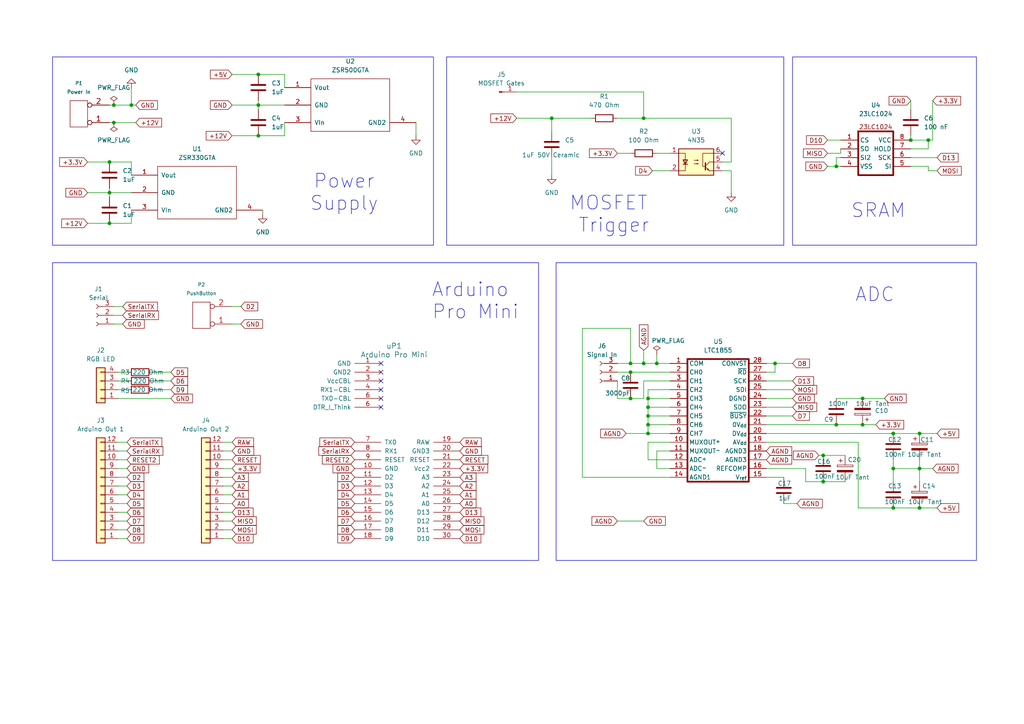
<source format=kicad_sch>
(kicad_sch (version 20231120) (generator "eeschema") (generator_version "8.0")
  (paper "A4")
  (title_block (title "PPM Pulse Controller and ADC") (date "2024-10-06") (rev "1.0") (company "Quentin McDonald"))
  (lib_symbols
    (symbol "Connector:Conn_01x01_Pin" (pin_names (offset 1.016) hide)
      (property "Reference" "J" (at 0 2.54 0))
      (property "Value" "Conn_01x01_Pin" (at 0 -2.54 0))
      (symbol "Conn_01x01_Pin_1_1"
        (polyline (pts (xy 1.27 0) (xy 0.8636 0)) (stroke (width 0.1524)))
        (rectangle (start 0.8636 0.127) (end 0 -0.127) (stroke (width 0.1524)) (fill (type outline)))
        (pin passive line (at 5.08 0 180) (length 3.81) (name "Pin_1") (number "1"))
      )
    )
    (symbol "Connector:Conn_01x03_Socket" (pin_names (offset 1.016) hide)
      (property "Reference" "J" (at 0 5.08 0))
      (property "Value" "Conn_01x03_Socket" (at 0 -5.08 0))
      (symbol "Conn_01x03_Socket_1_1"
        (arc (start 0 -2.032) (mid -0.5058 -2.54) (end 0 -3.048) (stroke (width 0.1524)))
        (polyline (pts (xy -1.27 -2.54) (xy -0.508 -2.54)) (stroke (width 0.1524)))
        (polyline (pts (xy -1.27 0) (xy -0.508 0)) (stroke (width 0.1524)))
        (polyline (pts (xy -1.27 2.54) (xy -0.508 2.54)) (stroke (width 0.1524)))
        (arc (start 0 0.508) (mid -0.5058 0) (end 0 -0.508) (stroke (width 0.1524)))
        (arc (start 0 3.048) (mid -0.5058 2.54) (end 0 2.032) (stroke (width 0.1524)))
        (pin passive line (at -5.08 2.54 0) (length 3.81) (name "Pin_1") (number "1"))
        (pin passive line (at -5.08 0 0) (length 3.81) (name "Pin_2") (number "2"))
        (pin passive line (at -5.08 -2.54 0) (length 3.81) (name "Pin_3") (number "3"))
      )
    )
    (symbol "Connector_Generic:Conn_01x04" (pin_names (offset 1.016) hide)
      (property "Reference" "J" (at 0 5.08 0))
      (property "Value" "Conn_01x04" (at 0 -7.62 0))
      (symbol "Conn_01x04_1_1"
        (rectangle (start -1.27 -4.953) (end 0 -5.207) (stroke (width 0.1524)))
        (rectangle (start -1.27 -2.413) (end 0 -2.667) (stroke (width 0.1524)))
        (rectangle (start -1.27 0.127) (end 0 -0.127) (stroke (width 0.1524)))
        (rectangle (start -1.27 2.667) (end 0 2.413) (stroke (width 0.1524)))
        (rectangle (start -1.27 3.81) (end 1.27 -6.35) (stroke (width 0.254)) (fill (type background)))
        (pin passive line (at -5.08 2.54 0) (length 3.81) (name "Pin_1") (number "1"))
        (pin passive line (at -5.08 0 0) (length 3.81) (name "Pin_2") (number "2"))
        (pin passive line (at -5.08 -2.54 0) (length 3.81) (name "Pin_3") (number "3"))
        (pin passive line (at -5.08 -5.08 0) (length 3.81) (name "Pin_4") (number "4"))
      )
    )
    (symbol "Connector_Generic:Conn_01x12" (pin_names (offset 1.016) hide)
      (property "Reference" "J" (at 0 15.24 0))
      (property "Value" "Conn_01x12" (at 0 -17.78 0))
      (symbol "Conn_01x12_1_1"
        (rectangle (start -1.27 -15.113) (end 0 -15.367) (stroke (width 0.1524)))
        (rectangle (start -1.27 -12.573) (end 0 -12.827) (stroke (width 0.1524)))
        (rectangle (start -1.27 -10.033) (end 0 -10.287) (stroke (width 0.1524)))
        (rectangle (start -1.27 -7.493) (end 0 -7.747) (stroke (width 0.1524)))
        (rectangle (start -1.27 -4.953) (end 0 -5.207) (stroke (width 0.1524)))
        (rectangle (start -1.27 -2.413) (end 0 -2.667) (stroke (width 0.1524)))
        (rectangle (start -1.27 0.127) (end 0 -0.127) (stroke (width 0.1524)))
        (rectangle (start -1.27 2.667) (end 0 2.413) (stroke (width 0.1524)))
        (rectangle (start -1.27 5.207) (end 0 4.953) (stroke (width 0.1524)))
        (rectangle (start -1.27 7.747) (end 0 7.493) (stroke (width 0.1524)))
        (rectangle (start -1.27 10.287) (end 0 10.033) (stroke (width 0.1524)))
        (rectangle (start -1.27 12.827) (end 0 12.573) (stroke (width 0.1524)))
        (rectangle (start -1.27 13.97) (end 1.27 -16.51) (stroke (width 0.254)) (fill (type background)))
        (pin passive line (at -5.08 12.7 0) (length 3.81) (name "Pin_1") (number "1"))
        (pin passive line (at -5.08 -10.16 0) (length 3.81) (name "Pin_10") (number "10"))
        (pin passive line (at -5.08 -12.7 0) (length 3.81) (name "Pin_11") (number "11"))
        (pin passive line (at -5.08 -15.24 0) (length 3.81) (name "Pin_12") (number "12"))
        (pin passive line (at -5.08 10.16 0) (length 3.81) (name "Pin_2") (number "2"))
        (pin passive line (at -5.08 7.62 0) (length 3.81) (name "Pin_3") (number "3"))
        (pin passive line (at -5.08 5.08 0) (length 3.81) (name "Pin_4") (number "4"))
        (pin passive line (at -5.08 2.54 0) (length 3.81) (name "Pin_5") (number "5"))
        (pin passive line (at -5.08 0 0) (length 3.81) (name "Pin_6") (number "6"))
        (pin passive line (at -5.08 -2.54 0) (length 3.81) (name "Pin_7") (number "7"))
        (pin passive line (at -5.08 -5.08 0) (length 3.81) (name "Pin_8") (number "8"))
        (pin passive line (at -5.08 -7.62 0) (length 3.81) (name "Pin_9") (number "9"))
      )
    )
    (symbol "DQM:23LC1024"
      (property "Reference" "U" (at 0 10.16 0))
      (symbol "23LC1024_1_1"
        (rectangle (start -5.08 6.35) (end 5.08 -6.35) (stroke (width 0.5)))
        (text "23LC1024" (at 0 7.62 0) (effects (font (size 1.27 1.27))))
        (pin input line (at -10.16 3.81 0) (length 5.08) (name "CS") (number "1"))
        (pin output line (at -10.16 1.27 0) (length 5.08) (name "SO") (number "2"))
        (pin input line (at -10.16 -1.27 0) (length 5.08) (name "SI2") (number "3"))
        (pin power_in line (at -10.16 -3.81 0) (length 5.08) (name "VSS") (number "4"))
        (pin input line (at 10.16 -3.81 180) (length 5.08) (name "SI") (number "5"))
        (pin input line (at 10.16 -1.27 180) (length 5.08) (name "SCK") (number "6"))
        (pin input line (at 10.16 1.27 180) (length 5.08) (name "HOLD") (number "7"))
        (pin power_in line (at 10.16 3.81 180) (length 5.08) (name "VCC") (number "8"))
      )
    )
    (symbol "DQM:ARDUPROMINI" (pin_names (offset 1.016))
      (property "Reference" "uP" (at -5.08 -2.54 0))
      (property "Value" "ARDUPROMINI" (at 0 0 0))
      (symbol "ARDUPROMINI_1_1"
        (pin unspecified line (at -22.86 -5.08 180) (length 7.62) (name "GND") (number "1"))
        (pin unspecified line (at -30.48 -35.56 0) (length 7.62) (name "GND") (number "10"))
        (pin bidirectional line (at -30.48 -38.1 0) (length 7.62) (name "D2") (number "11"))
        (pin bidirectional line (at -30.48 -40.64 0) (length 7.62) (name "D3") (number "12"))
        (pin bidirectional line (at -30.48 -43.18 0) (length 7.62) (name "D4") (number "13"))
        (pin bidirectional line (at -30.48 -45.72 0) (length 7.62) (name "D5") (number "14"))
        (pin bidirectional line (at -30.48 -48.26 0) (length 7.62) (name "D6") (number "15"))
        (pin bidirectional line (at -30.48 -50.8 0) (length 7.62) (name "D7") (number "16"))
        (pin bidirectional line (at -30.48 -53.34 0) (length 7.62) (name "D8") (number "17"))
        (pin bidirectional line (at -30.48 -55.88 0) (length 7.62) (name "D9") (number "18"))
        (pin unspecified line (at 0 -27.94 180) (length 7.62) (name "RAW") (number "19"))
        (pin unspecified line (at -22.86 -7.62 180) (length 7.62) (name "GND2") (number "2"))
        (pin unspecified line (at 0 -30.48 180) (length 7.62) (name "GND3") (number "20"))
        (pin input line (at 0 -33.02 180) (length 7.62) (name "RESET") (number "21"))
        (pin unspecified line (at 0 -35.56 180) (length 7.62) (name "Vcc2") (number "22"))
        (pin bidirectional line (at 0 -38.1 180) (length 7.62) (name "A3") (number "23"))
        (pin bidirectional line (at 0 -40.64 180) (length 7.62) (name "A2") (number "24"))
        (pin bidirectional line (at 0 -43.18 180) (length 7.62) (name "A1") (number "25"))
        (pin bidirectional line (at 0 -45.72 180) (length 7.62) (name "A0") (number "26"))
        (pin bidirectional line (at 0 -48.26 180) (length 7.62) (name "D13") (number "27"))
        (pin input line (at 0 -50.8 180) (length 7.62) (name "D12") (number "28"))
        (pin bidirectional line (at 0 -53.34 180) (length 7.62) (name "D11") (number "29"))
        (pin power_in line (at -22.86 -10.16 180) (length 7.62) (name "VccCBL") (number "3"))
        (pin bidirectional line (at 0 -55.88 180) (length 7.62) (name "D10") (number "30"))
        (pin unspecified line (at -22.86 -12.7 180) (length 7.62) (name "RX1-CBL") (number "4"))
        (pin unspecified line (at -22.86 -17.78 180) (length 7.62) (name "DTR_I_Think") (number "6"))
        (pin unspecified line (at -22.86 -15.24 180) (length 7.62) (name "TX0-CBL") (number "6"))
        (pin bidirectional line (at -30.48 -27.94 0) (length 7.62) (name "TX0") (number "7"))
        (pin bidirectional line (at -30.48 -30.48 0) (length 7.62) (name "RX1") (number "8"))
        (pin input line (at -30.48 -33.02 0) (length 7.62) (name "RESET") (number "9"))
      )
    )
    (symbol "DQM:CONN_2" (pin_names (offset 1.016) hide)
      (property "Reference" "P" (at -1.27 0 90))
      (property "Value" "CONN_2" (at 1.27 0 90))
      (symbol "CONN_2_0_1"
        (rectangle (start -2.54 3.81) (end 2.54 -3.81))
      )
      (symbol "CONN_2_1_1"
        (pin passive inverted (at -8.89 2.54 0) (length 6.35) (name "VCC") (number "1"))
        (pin passive inverted (at -8.89 -2.54 0) (length 6.35) (name "GND") (number "2"))
      )
    )
    (symbol "DQM:LTC1855"
      (property "Reference" "U" (at 0 21.59 0))
      (property "Value" "LTC1855" (at 0 17.78 0))
      (symbol "LTC1855_0_1"
        (rectangle (start -7.62 16.51) (end 10.16 -19.05) (stroke (width 0.5)))
      )
      (symbol "LTC1855_1_1"
        (pin input line (at -12.7 15.24 0) (length 5.08) (name "COM") (number "1"))
        (pin output line (at -12.7 -7.62 0) (length 5.08) (name "MUXOUT^{+}") (number "10"))
        (pin output line (at -12.7 -10.16 0) (length 5.08) (name "MUXOUT^{-}") (number "11"))
        (pin input line (at -12.7 -12.7 0) (length 5.08) (name "ADC^{+}") (number "12"))
        (pin input line (at -12.7 -15.24 0) (length 5.08) (name "ADC^{-}") (number "13"))
        (pin power_in line (at -12.7 -17.78 0) (length 5.08) (name "AGND1") (number "14"))
        (pin input line (at 15.24 -17.78 180) (length 5.08) (name "V_{ref}") (number "15"))
        (pin input line (at 15.24 -15.24 180) (length 5.08) (name "REFCOMP") (number "16"))
        (pin power_in line (at 15.24 -12.7 180) (length 5.08) (name "AGND3") (number "17"))
        (pin power_in line (at 15.24 -10.16 180) (length 5.08) (name "AGND3") (number "18"))
        (pin power_in line (at 15.24 -7.62 180) (length 5.08) (name "AV_{dd}") (number "19"))
        (pin input line (at -12.7 12.7 0) (length 5.08) (name "CH0") (number "2"))
        (pin power_in line (at 15.24 -5.08 180) (length 5.08) (name "DV_{dd}") (number "20"))
        (pin power_in line (at 15.24 -2.54 180) (length 5.08) (name "0V_{dd}") (number "21"))
        (pin output line (at 15.24 0 180) (length 5.08) (name "~{BUSY}") (number "22"))
        (pin output line (at 15.24 2.54 180) (length 5.08) (name "SDO") (number "23"))
        (pin power_in line (at 15.24 5.08 180) (length 5.08) (name "DGND") (number "24"))
        (pin input line (at 15.24 7.62 180) (length 5.08) (name "SDI") (number "25"))
        (pin input line (at 15.24 10.16 180) (length 5.08) (name "SCK") (number "26"))
        (pin input line (at 15.24 12.7 180) (length 5.08) (name "~{RD}") (number "27"))
        (pin input line (at 15.24 15.24 180) (length 5.08) (name "CONVST") (number "28"))
        (pin input line (at -12.7 10.16 0) (length 5.08) (name "CH1") (number "3"))
        (pin input line (at -12.7 7.62 0) (length 5.08) (name "CH2") (number "4"))
        (pin input line (at -12.7 5.08 0) (length 5.08) (name "CH3") (number "5"))
        (pin input line (at -12.7 2.54 0) (length 5.08) (name "CH4") (number "6"))
        (pin input line (at -12.7 0 0) (length 5.08) (name "CH5") (number "7"))
        (pin input line (at -12.7 -2.54 0) (length 5.08) (name "CH6") (number "8"))
        (pin input line (at -12.7 -5.08 0) (length 5.08) (name "CH7") (number "9"))
      )
    )
    (symbol "DQM:ZSR330GTA" (pin_names (offset 1.016))
      (property "Reference" "U" (at 0 -2.54 0))
      (property "Value" "ZSR330GTA" (at 0 2.54 0))
      (symbol "ZSR330GTA_1_0"
        (rectangle (start -11.43 7.62) (end 11.43 -7.62))
      )
      (symbol "ZSR330GTA_1_1"
        (pin power_out line (at -19.05 5.08 0) (length 7.62) (name "Vout") (number "1"))
        (pin input line (at -19.05 0 0) (length 7.62) (name "GND") (number "2"))
        (pin power_in line (at -19.05 -5.08 0) (length 7.62) (name "VIn") (number "3"))
        (pin input line (at 19.05 -5.08 180) (length 7.62) (name "GND2") (number "4"))
      )
    )
    (symbol "DQM:ZSR500GTA" (pin_names (offset 1.016))
      (property "Reference" "U" (at 0 -2.54 0))
      (property "Value" "ZSR500GTA" (at 0 2.54 0))
      (symbol "ZSR500GTA_1_0"
        (rectangle (start -11.43 7.62) (end 11.43 -7.62))
      )
      (symbol "ZSR500GTA_1_1"
        (pin power_out line (at -19.05 5.08 0) (length 7.62) (name "Vout") (number "1"))
        (pin input line (at -19.05 0 0) (length 7.62) (name "GND") (number "2"))
        (pin power_in line (at -19.05 -5.08 0) (length 7.62) (name "VIn") (number "3"))
        (pin input line (at 19.05 -5.08 180) (length 7.62) (name "GND2") (number "4"))
      )
    )
    (symbol "Device:C" (pin_numbers hide) (pin_names (offset 0.254))
      (property "Reference" "C" (at 0.635 2.54 0))
      (property "Value" "C" (at 0.635 -2.54 0))
      (symbol "C_0_1"
        (polyline (pts (xy -2.032 -0.762) (xy 2.032 -0.762)) (stroke (width 0.508)))
        (polyline (pts (xy -2.032 0.762) (xy 2.032 0.762)) (stroke (width 0.508)))
      )
      (symbol "C_1_1"
        (pin passive line (at 0 3.81 270) (length 2.794) (name "~") (number "1"))
        (pin passive line (at 0 -3.81 90) (length 2.794) (name "~") (number "2"))
      )
    )
    (symbol "Device:C_Polarized" (pin_numbers hide) (pin_names (offset 0.254))
      (property "Reference" "C" (at 0.635 2.54 0))
      (property "Value" "C_Polarized" (at 0.635 -2.54 0))
      (symbol "C_Polarized_0_1"
        (rectangle (start -2.286 0.508) (end 2.286 1.016))
        (polyline (pts (xy -1.778 2.286) (xy -0.762 2.286)))
        (polyline (pts (xy -1.27 2.794) (xy -1.27 1.778)))
        (rectangle (start 2.286 -0.508) (end -2.286 -1.016) (fill (type outline)))
      )
      (symbol "C_Polarized_1_1"
        (pin passive line (at 0 3.81 270) (length 2.794) (name "~") (number "1"))
        (pin passive line (at 0 -3.81 90) (length 2.794) (name "~") (number "2"))
      )
    )
    (symbol "Device:R" (pin_numbers hide) (pin_names (offset 0))
      (property "Reference" "R" (at 2.032 0 90))
      (property "Value" "R" (at 0 0 90))
      (symbol "R_0_1"
        (rectangle (start -1.016 -2.54) (end 1.016 2.54) (stroke (width 0.254)))
      )
      (symbol "R_1_1"
        (pin passive line (at 0 3.81 270) (length 1.27) (name "~") (number "1"))
        (pin passive line (at 0 -3.81 90) (length 1.27) (name "~") (number "2"))
      )
    )
    (symbol "Isolator:4N35" (pin_names (offset 1.016))
      (property "Reference" "U" (at -5.08 5.08 0))
      (property "Value" "4N35" (at 0 5.08 0))
      (symbol "4N35_0_1"
        (rectangle (start -5.08 3.81) (end 5.08 -3.81) (stroke (width 0.254)) (fill (type background)))
        (polyline (pts (xy -3.81 -0.635) (xy -2.54 -0.635)) (stroke (width 0.254)))
        (polyline (pts (xy 2.667 -1.397) (xy 3.81 -2.54)))
        (polyline (pts (xy 2.667 -1.143) (xy 3.81 0)))
        (polyline (pts (xy 3.81 -2.54) (xy 5.08 -2.54)))
        (polyline (pts (xy 3.81 0) (xy 5.08 0)))
        (polyline (pts (xy 2.667 -0.254) (xy 2.667 -2.286) (xy 2.667 -2.286)) (stroke (width 0.3556)))
        (polyline (pts (xy -5.08 -2.54) (xy -3.175 -2.54) (xy -3.175 2.54) (xy -5.08 2.54)))
        (polyline (pts (xy -3.175 -0.635) (xy -3.81 0.635) (xy -2.54 0.635) (xy -3.175 -0.635)) (stroke (width 0.254)))
        (polyline (pts (xy 3.683 -2.413) (xy 3.429 -1.905) (xy 3.175 -2.159) (xy 3.683 -2.413)))
        (polyline (pts (xy 5.08 2.54) (xy 1.905 2.54) (xy 1.905 -1.27) (xy 2.54 -1.27)))
        (polyline (pts (xy -0.635 -0.508) (xy 0.635 -0.508) (xy 0.254 -0.635) (xy 0.254 -0.381) (xy 0.635 -0.508)))
        (polyline (pts (xy -0.635 0.508) (xy 0.635 0.508) (xy 0.254 0.381) (xy 0.254 0.635) (xy 0.635 0.508)))
      )
      (symbol "4N35_1_1"
        (pin passive line (at -7.62 2.54 0) (length 2.54) (name "~") (number "1"))
        (pin passive line (at -7.62 -2.54 0) (length 2.54) (name "~") (number "2"))
        (pin no_connect line (at -5.08 0 0) (length 2.54) hide (name "NC") (number "3"))
        (pin passive line (at 7.62 -2.54 180) (length 2.54) (name "~") (number "4"))
        (pin passive line (at 7.62 0 180) (length 2.54) (name "~") (number "5"))
        (pin passive line (at 7.62 2.54 180) (length 2.54) (name "~") (number "6"))
      )
    )
    (symbol "power:GND" (power) (pin_numbers hide) (pin_names (offset 0) hide)
      (property "Value" "GND" (at 0 -3.81 0))
      (symbol "GND_0_1"
        (polyline (pts (xy 0 0) (xy 0 -1.27) (xy 1.27 -1.27) (xy 0 -2.54) (xy -1.27 -1.27) (xy 0 -1.27)))
      )
      (symbol "GND_1_1"
        (pin power_in line (at 0 0 270) (length 0) (name "~") (number "1"))
      )
    )
    (symbol "power:PWR_FLAG" (power) (pin_numbers hide) (pin_names (offset 0) hide)
      (property "Value" "PWR_FLAG" (at 0 3.81 0))
      (symbol "PWR_FLAG_0_0"
        (pin power_out line (at 0 0 90) (length 0) (name "~") (number "1"))
      )
      (symbol "PWR_FLAG_0_1"
        (polyline (pts (xy 0 0) (xy 0 1.27) (xy -1.016 1.905) (xy 0 2.54) (xy 1.016 1.905) (xy 0 1.27)))
      )
    )
  )
  (junction (at 187.96 120.65))
  (junction (at 266.7 147.32))
  (junction (at 259.08 135.89))
  (junction (at 31.75 64.77))
  (junction (at 186.69 34.29))
  (junction (at 33.02 30.48))
  (junction (at 266.7 125.73))
  (junction (at 238.76 132.08))
  (junction (at 38.1 30.48))
  (junction (at 250.19 115.57))
  (junction (at 182.88 115.57))
  (junction (at 31.75 46.99))
  (junction (at 74.93 39.37))
  (junction (at 33.02 35.56))
  (junction (at 182.88 107.95))
  (junction (at 187.96 115.57))
  (junction (at 182.88 105.41))
  (junction (at 190.5 105.41))
  (junction (at 264.16 40.64))
  (junction (at 187.96 125.73))
  (junction (at 160.02 34.29))
  (junction (at 186.69 105.41))
  (junction (at 242.57 48.26))
  (junction (at 259.08 147.32))
  (junction (at 250.19 123.19))
  (junction (at 269.24 40.64))
  (junction (at 187.96 118.11))
  (junction (at 31.75 55.88))
  (junction (at 224.79 105.41))
  (junction (at 266.7 135.89))
  (junction (at 187.96 123.19))
  (junction (at 242.57 123.19))
  (junction (at 74.93 21.59))
  (junction (at 74.93 30.48))
  (junction (at 238.76 139.7))
  (junction (at 259.08 125.73))
  (no_connect (at 110.49 105.41))
  (no_connect (at 110.49 113.03))
  (no_connect (at 110.49 118.11))
  (no_connect (at 209.55 44.45))
  (no_connect (at 110.49 110.49))
  (no_connect (at 110.49 115.57))
  (no_connect (at 110.49 107.95))
  (wire (pts (xy 240.03 40.64) (xy 243.84 40.64)))
  (wire (pts (xy 186.69 26.67) (xy 186.69 34.29)))
  (wire (pts (xy 64.77 156.21) (xy 67.31 156.21)))
  (wire (pts (xy 187.96 115.57) (xy 194.31 115.57)))
  (wire (pts (xy 269.24 49.53) (xy 271.78 49.53)))
  (wire (pts (xy 182.88 95.25) (xy 168.91 95.25)))
  (wire (pts (xy 222.25 115.57) (xy 229.87 115.57)))
  (wire (pts (xy 222.25 128.27) (xy 248.92 128.27)))
  (wire (pts (xy 194.31 113.03) (xy 187.96 113.03)))
  (wire (pts (xy 31.75 64.77) (xy 38.1 64.77)))
  (wire (pts (xy 186.69 105.41) (xy 190.5 105.41)))
  (wire (pts (xy 269.24 40.64) (xy 269.24 43.18)))
  (wire (pts (xy 222.25 113.03) (xy 229.87 113.03)))
  (wire (pts (xy 222.25 110.49) (xy 229.87 110.49)))
  (wire (pts (xy 186.69 110.49) (xy 194.31 110.49)))
  (wire (pts (xy 74.93 21.59) (xy 82.55 21.59)))
  (wire (pts (xy 222.25 118.11) (xy 229.87 118.11)))
  (wire (pts (xy 179.07 110.49) (xy 179.07 115.57)))
  (wire (pts (xy 190.5 130.81) (xy 190.5 135.89)))
  (wire (pts (xy 149.86 34.29) (xy 160.02 34.29)))
  (wire (pts (xy 187.96 123.19) (xy 187.96 125.73)))
  (wire (pts (xy 179.07 151.13) (xy 186.69 151.13)))
  (wire (pts (xy 34.29 135.89) (xy 36.83 135.89)))
  (wire (pts (xy 74.93 39.37) (xy 82.55 39.37)))
  (wire (pts (xy 160.02 45.72) (xy 160.02 50.8)))
  (wire (pts (xy 266.7 135.89) (xy 266.7 139.7)))
  (wire (pts (xy 33.02 93.98) (xy 35.56 93.98)))
  (wire (pts (xy 233.68 139.7) (xy 238.76 139.7)))
  (wire (pts (xy 222.25 107.95) (xy 224.79 107.95)))
  (wire (pts (xy 179.07 107.95) (xy 182.88 107.95)))
  (wire (pts (xy 64.77 148.59) (xy 67.31 148.59)))
  (wire (pts (xy 187.96 118.11) (xy 194.31 118.11)))
  (wire (pts (xy 186.69 115.57) (xy 186.69 110.49)))
  (wire (pts (xy 64.77 146.05) (xy 67.31 146.05)))
  (wire (pts (xy 149.86 26.67) (xy 186.69 26.67)))
  (wire (pts (xy 242.57 48.26) (xy 243.84 48.26)))
  (wire (pts (xy 76.2 60.96) (xy 76.2 62.23)))
  (wire (pts (xy 243.84 44.45) (xy 240.03 44.45)))
  (wire (pts (xy 222.25 125.73) (xy 259.08 125.73)))
  (wire (pts (xy 44.45 107.95) (xy 49.53 107.95)))
  (wire (pts (xy 189.23 49.53) (xy 194.31 49.53)))
  (wire (pts (xy 269.24 48.26) (xy 269.24 49.53)))
  (wire (pts (xy 120.65 35.56) (xy 120.65 39.37)))
  (wire (pts (xy 259.08 135.89) (xy 259.08 139.7)))
  (wire (pts (xy 187.96 128.27) (xy 187.96 133.35)))
  (wire (pts (xy 64.77 130.81) (xy 67.31 130.81)))
  (wire (pts (xy 168.91 95.25) (xy 168.91 138.43)))
  (wire (pts (xy 38.1 60.96) (xy 38.1 64.77)))
  (wire (pts (xy 187.96 123.19) (xy 194.31 123.19)))
  (wire (pts (xy 34.29 133.35) (xy 36.83 133.35)))
  (wire (pts (xy 264.16 45.72) (xy 271.78 45.72)))
  (wire (pts (xy 34.29 115.57) (xy 49.53 115.57)))
  (wire (pts (xy 224.79 105.41) (xy 229.87 105.41)))
  (wire (pts (xy 243.84 43.18) (xy 243.84 44.45)))
  (wire (pts (xy 34.29 110.49) (xy 36.83 110.49)))
  (wire (pts (xy 38.1 50.8) (xy 38.1 46.99)))
  (wire (pts (xy 64.77 138.43) (xy 67.31 138.43)))
  (wire (pts (xy 269.24 40.64) (xy 264.16 40.64)))
  (wire (pts (xy 250.19 115.57) (xy 256.54 115.57)))
  (wire (pts (xy 187.96 120.65) (xy 187.96 123.19)))
  (wire (pts (xy 74.93 30.48) (xy 74.93 31.75)))
  (wire (pts (xy 212.09 34.29) (xy 212.09 46.99)))
  (wire (pts (xy 38.1 25.4) (xy 38.1 30.48)))
  (wire (pts (xy 33.02 88.9) (xy 35.56 88.9)))
  (wire (pts (xy 33.02 91.44) (xy 35.56 91.44)))
  (wire (pts (xy 31.75 35.56) (xy 33.02 35.56)))
  (wire (pts (xy 187.96 125.73) (xy 181.61 125.73)))
  (wire (pts (xy 31.75 46.99) (xy 38.1 46.99)))
  (wire (pts (xy 64.77 133.35) (xy 67.31 133.35)))
  (wire (pts (xy 194.31 130.81) (xy 190.5 130.81)))
  (wire (pts (xy 82.55 35.56) (xy 82.55 39.37)))
  (wire (pts (xy 168.91 138.43) (xy 194.31 138.43)))
  (wire (pts (xy 182.88 105.41) (xy 182.88 95.25)))
  (wire (pts (xy 74.93 29.21) (xy 74.93 30.48)))
  (wire (pts (xy 179.07 44.45) (xy 182.88 44.45)))
  (wire (pts (xy 264.16 29.21) (xy 264.16 31.75)))
  (wire (pts (xy 250.19 123.19) (xy 254 123.19)))
  (wire (pts (xy 34.29 113.03) (xy 36.83 113.03)))
  (wire (pts (xy 270.51 29.21) (xy 270.51 40.64)))
  (wire (pts (xy 34.29 140.97) (xy 36.83 140.97)))
  (wire (pts (xy 190.5 44.45) (xy 194.31 44.45)))
  (wire (pts (xy 33.02 35.56) (xy 39.37 35.56)))
  (wire (pts (xy 182.88 107.95) (xy 194.31 107.95)))
  (wire (pts (xy 222.25 105.41) (xy 224.79 105.41)))
  (wire (pts (xy 224.79 107.95) (xy 224.79 105.41)))
  (wire (pts (xy 31.75 55.88) (xy 31.75 57.15)))
  (wire (pts (xy 34.29 146.05) (xy 36.83 146.05)))
  (wire (pts (xy 182.88 105.41) (xy 186.69 105.41)))
  (wire (pts (xy 186.69 101.6) (xy 186.69 105.41)))
  (wire (pts (xy 209.55 49.53) (xy 212.09 49.53)))
  (wire (pts (xy 186.69 34.29) (xy 212.09 34.29)))
  (wire (pts (xy 82.55 25.4) (xy 82.55 21.59)))
  (wire (pts (xy 222.25 138.43) (xy 227.33 138.43)))
  (wire (pts (xy 222.25 120.65) (xy 229.87 120.65)))
  (wire (pts (xy 25.4 64.77) (xy 31.75 64.77)))
  (wire (pts (xy 187.96 120.65) (xy 194.31 120.65)))
  (wire (pts (xy 238.76 132.08) (xy 245.11 132.08)))
  (wire (pts (xy 179.07 105.41) (xy 182.88 105.41)))
  (wire (pts (xy 227.33 146.05) (xy 231.14 146.05)))
  (wire (pts (xy 259.08 135.89) (xy 266.7 135.89)))
  (wire (pts (xy 264.16 48.26) (xy 269.24 48.26)))
  (wire (pts (xy 190.5 105.41) (xy 194.31 105.41)))
  (wire (pts (xy 179.07 115.57) (xy 182.88 115.57)))
  (wire (pts (xy 187.96 125.73) (xy 194.31 125.73)))
  (wire (pts (xy 194.31 128.27) (xy 187.96 128.27)))
  (wire (pts (xy 31.75 55.88) (xy 38.1 55.88)))
  (wire (pts (xy 44.45 110.49) (xy 49.53 110.49)))
  (wire (pts (xy 34.29 156.21) (xy 36.83 156.21)))
  (wire (pts (xy 74.93 30.48) (xy 82.55 30.48)))
  (wire (pts (xy 64.77 143.51) (xy 67.31 143.51)))
  (wire (pts (xy 233.68 135.89) (xy 233.68 139.7)))
  (wire (pts (xy 187.96 113.03) (xy 187.96 115.57)))
  (wire (pts (xy 25.4 46.99) (xy 31.75 46.99)))
  (wire (pts (xy 44.45 113.03) (xy 49.53 113.03)))
  (wire (pts (xy 34.29 151.13) (xy 36.83 151.13)))
  (wire (pts (xy 67.31 39.37) (xy 74.93 39.37)))
  (wire (pts (xy 160.02 34.29) (xy 171.45 34.29)))
  (wire (pts (xy 243.84 45.72) (xy 242.57 45.72)))
  (wire (pts (xy 67.31 88.9) (xy 69.85 88.9)))
  (wire (pts (xy 238.76 139.7) (xy 245.11 139.7)))
  (wire (pts (xy 34.29 128.27) (xy 36.83 128.27)))
  (wire (pts (xy 31.75 30.48) (xy 33.02 30.48)))
  (wire (pts (xy 179.07 34.29) (xy 186.69 34.29)))
  (wire (pts (xy 67.31 21.59) (xy 74.93 21.59)))
  (wire (pts (xy 248.92 128.27) (xy 248.92 147.32)))
  (wire (pts (xy 237.49 132.08) (xy 238.76 132.08)))
  (wire (pts (xy 160.02 34.29) (xy 160.02 38.1)))
  (wire (pts (xy 182.88 115.57) (xy 186.69 115.57)))
  (wire (pts (xy 34.29 107.95) (xy 36.83 107.95)))
  (wire (pts (xy 25.4 55.88) (xy 31.75 55.88)))
  (wire (pts (xy 31.75 54.61) (xy 31.75 55.88)))
  (wire (pts (xy 64.77 153.67) (xy 67.31 153.67)))
  (wire (pts (xy 259.08 147.32) (xy 266.7 147.32)))
  (wire (pts (xy 64.77 140.97) (xy 67.31 140.97)))
  (wire (pts (xy 64.77 128.27) (xy 67.31 128.27)))
  (wire (pts (xy 266.7 135.89) (xy 270.51 135.89)))
  (wire (pts (xy 242.57 45.72) (xy 242.57 48.26)))
  (wire (pts (xy 266.7 147.32) (xy 271.78 147.32)))
  (wire (pts (xy 187.96 133.35) (xy 194.31 133.35)))
  (wire (pts (xy 34.29 138.43) (xy 36.83 138.43)))
  (wire (pts (xy 212.09 46.99) (xy 209.55 46.99)))
  (wire (pts (xy 34.29 153.67) (xy 36.83 153.67)))
  (wire (pts (xy 187.96 115.57) (xy 187.96 118.11)))
  (wire (pts (xy 240.03 48.26) (xy 242.57 48.26)))
  (wire (pts (xy 38.1 30.48) (xy 39.37 30.48)))
  (wire (pts (xy 269.24 43.18) (xy 264.16 43.18)))
  (wire (pts (xy 67.31 30.48) (xy 74.93 30.48)))
  (wire (pts (xy 266.7 125.73) (xy 271.78 125.73)))
  (wire (pts (xy 34.29 143.51) (xy 36.83 143.51)))
  (wire (pts (xy 34.29 148.59) (xy 36.83 148.59)))
  (wire (pts (xy 67.31 93.98) (xy 69.85 93.98)))
  (wire (pts (xy 242.57 115.57) (xy 250.19 115.57)))
  (wire (pts (xy 34.29 130.81) (xy 36.83 130.81)))
  (wire (pts (xy 190.5 135.89) (xy 194.31 135.89)))
  (wire (pts (xy 222.25 123.19) (xy 242.57 123.19)))
  (wire (pts (xy 212.09 49.53) (xy 212.09 55.88)))
  (wire (pts (xy 222.25 135.89) (xy 233.68 135.89)))
  (wire (pts (xy 259.08 125.73) (xy 266.7 125.73)))
  (wire (pts (xy 264.16 39.37) (xy 264.16 40.64)))
  (wire (pts (xy 242.57 123.19) (xy 250.19 123.19)))
  (wire (pts (xy 64.77 135.89) (xy 67.31 135.89)))
  (wire (pts (xy 248.92 147.32) (xy 259.08 147.32)))
  (wire (pts (xy 270.51 40.64) (xy 269.24 40.64)))
  (wire (pts (xy 33.02 30.48) (xy 38.1 30.48)))
  (wire (pts (xy 187.96 118.11) (xy 187.96 120.65)))
  (wire (pts (xy 259.08 133.35) (xy 259.08 135.89)))
  (wire (pts (xy 190.5 102.87) (xy 190.5 105.41)))
  (wire (pts (xy 266.7 133.35) (xy 266.7 135.89)))
  (wire (pts (xy 64.77 151.13) (xy 67.31 151.13)))
  (rectangle (start 229.87 16.51) (end 283.21 71.12))
  (rectangle (start 129.54 16.51) (end 227.33 71.12))
  (rectangle (start 15.24 16.51) (end 125.73 71.12))
  (rectangle (start 161.29 76.2) (end 283.21 162.56))
  (rectangle (start 15.24 76.2) (end 156.21 162.56))
  (text "MOSFET \nTrigger" (at 178.054 62.23 0) (effects (font (size 4 4))))
  (text "ADC" (at 253.746 85.598 0) (effects (font (size 4 4))))
  (text "Arduino \nPro Mini" (at 137.922 87.376 0) (effects (font (size 4 4))))
  (text "Power\nSupply" (at 99.822 55.88 0) (effects (font (size 4 4))))
  (text "SRAM\n" (at 254.762 61.214 0) (effects (font (size 4 4))))
  (global_label "D2" (shape input) (at 69.85 88.9 0) (property "Intersheetrefs" "${INTERSHEET_REFS}" (effects (hide yes))))
  (global_label "+12V" (shape input) (at 25.4 64.77 180) (property "Intersheetrefs" "${INTERSHEET_REFS}" (effects (hide yes))))
  (global_label "D4" (shape input) (at 189.23 49.53 180) (property "Intersheetrefs" "${INTERSHEET_REFS}" (effects (hide yes))))
  (global_label "A0" (shape input) (at 67.31 146.05 0) (property "Intersheetrefs" "${INTERSHEET_REFS}" (effects (hide yes))))
  (global_label "A3" (shape input) (at 67.31 138.43 0) (property "Intersheetrefs" "${INTERSHEET_REFS}" (effects (hide yes))))
  (global_label "D9" (shape input) (at 36.83 156.21 0) (property "Intersheetrefs" "${INTERSHEET_REFS}" (effects (hide yes))))
  (global_label "+3.3V" (shape input) (at 67.31 135.89 0) (property "Intersheetrefs" "${INTERSHEET_REFS}" (effects (hide yes))))
  (global_label "RAW" (shape input) (at 133.35 128.27 0) (property "Intersheetrefs" "${INTERSHEET_REFS}" (effects (hide yes))))
  (global_label "SerialRX" (shape input) (at 36.83 130.81 0) (property "Intersheetrefs" "${INTERSHEET_REFS}" (effects (hide yes))))
  (global_label "SerialRX" (shape input) (at 102.87 130.81 180) (property "Intersheetrefs" "${INTERSHEET_REFS}" (effects (hide yes))))
  (global_label "A2" (shape input) (at 133.35 140.97 0) (property "Intersheetrefs" "${INTERSHEET_REFS}" (effects (hide yes))))
  (global_label "D6" (shape input) (at 49.53 110.49 0) (property "Intersheetrefs" "${INTERSHEET_REFS}" (effects (hide yes))))
  (global_label "GND" (shape input) (at 39.37 30.48 0) (property "Intersheetrefs" "${INTERSHEET_REFS}" (effects (hide yes))))
  (global_label "D4" (shape input) (at 102.87 143.51 180) (property "Intersheetrefs" "${INTERSHEET_REFS}" (effects (hide yes))))
  (global_label "+5V" (shape input) (at 67.31 21.59 180) (property "Intersheetrefs" "${INTERSHEET_REFS}" (effects (hide yes))))
  (global_label "+5V" (shape input) (at 271.78 147.32 0) (property "Intersheetrefs" "${INTERSHEET_REFS}" (effects (hide yes))))
  (global_label "D13" (shape input) (at 67.31 148.59 0) (property "Intersheetrefs" "${INTERSHEET_REFS}" (effects (hide yes))))
  (global_label "MOSI" (shape input) (at 67.31 153.67 0) (property "Intersheetrefs" "${INTERSHEET_REFS}" (effects (hide yes))))
  (global_label "GND" (shape input) (at 69.85 93.98 0) (property "Intersheetrefs" "${INTERSHEET_REFS}" (effects (hide yes))))
  (global_label "RESET" (shape input) (at 133.35 133.35 0) (property "Intersheetrefs" "${INTERSHEET_REFS}" (effects (hide yes))))
  (global_label "MOSI" (shape input) (at 229.87 113.03 0) (property "Intersheetrefs" "${INTERSHEET_REFS}" (effects (hide yes))))
  (global_label "+3.3V" (shape input) (at 254 123.19 0) (property "Intersheetrefs" "${INTERSHEET_REFS}" (effects (hide yes))))
  (global_label "A1" (shape input) (at 67.31 143.51 0) (property "Intersheetrefs" "${INTERSHEET_REFS}" (effects (hide yes))))
  (global_label "D10" (shape input) (at 240.03 40.64 180) (property "Intersheetrefs" "${INTERSHEET_REFS}" (effects (hide yes))))
  (global_label "+3.3V" (shape input) (at 25.4 46.99 180) (property "Intersheetrefs" "${INTERSHEET_REFS}" (effects (hide yes))))
  (global_label "+5V" (shape input) (at 271.78 125.73 0) (property "Intersheetrefs" "${INTERSHEET_REFS}" (effects (hide yes))))
  (global_label "AGND" (shape input) (at 179.07 151.13 180) (property "Intersheetrefs" "${INTERSHEET_REFS}" (effects (hide yes))))
  (global_label "GND" (shape input) (at 35.56 93.98 0) (property "Intersheetrefs" "${INTERSHEET_REFS}" (effects (hide yes))))
  (global_label "GND" (shape input) (at 240.03 48.26 180) (property "Intersheetrefs" "${INTERSHEET_REFS}" (effects (hide yes))))
  (global_label "D8" (shape input) (at 229.87 105.41 0) (property "Intersheetrefs" "${INTERSHEET_REFS}" (effects (hide yes))))
  (global_label "RESET" (shape input) (at 67.31 133.35 0) (property "Intersheetrefs" "${INTERSHEET_REFS}" (effects (hide yes))))
  (global_label "A1" (shape input) (at 133.35 143.51 0) (property "Intersheetrefs" "${INTERSHEET_REFS}" (effects (hide yes))))
  (global_label "RESET2" (shape input) (at 102.87 133.35 180) (property "Intersheetrefs" "${INTERSHEET_REFS}" (effects (hide yes))))
  (global_label "A0" (shape input) (at 133.35 146.05 0) (property "Intersheetrefs" "${INTERSHEET_REFS}" (effects (hide yes))))
  (global_label "D7" (shape input) (at 229.87 120.65 0) (property "Intersheetrefs" "${INTERSHEET_REFS}" (effects (hide yes))))
  (global_label "GND" (shape input) (at 67.31 30.48 180) (property "Intersheetrefs" "${INTERSHEET_REFS}" (effects (hide yes))))
  (global_label "GND" (shape input) (at 256.54 115.57 0) (property "Intersheetrefs" "${INTERSHEET_REFS}" (effects (hide yes))))
  (global_label "GND" (shape input) (at 229.87 115.57 0) (property "Intersheetrefs" "${INTERSHEET_REFS}" (effects (hide yes))))
  (global_label "AGND" (shape input) (at 222.25 130.81 0) (property "Intersheetrefs" "${INTERSHEET_REFS}" (effects (hide yes))))
  (global_label "MISO" (shape input) (at 67.31 151.13 0) (property "Intersheetrefs" "${INTERSHEET_REFS}" (effects (hide yes))))
  (global_label "GND" (shape input) (at 25.4 55.88 180) (property "Intersheetrefs" "${INTERSHEET_REFS}" (effects (hide yes))))
  (global_label "AGND" (shape input) (at 237.49 132.08 180) (property "Intersheetrefs" "${INTERSHEET_REFS}" (effects (hide yes))))
  (global_label "D8" (shape input) (at 102.87 153.67 180) (property "Intersheetrefs" "${INTERSHEET_REFS}" (effects (hide yes))))
  (global_label "GND" (shape input) (at 264.16 29.21 180) (property "Intersheetrefs" "${INTERSHEET_REFS}" (effects (hide yes))))
  (global_label "GND" (shape input) (at 102.87 135.89 180) (property "Intersheetrefs" "${INTERSHEET_REFS}" (effects (hide yes))))
  (global_label "D9" (shape input) (at 49.53 113.03 0) (property "Intersheetrefs" "${INTERSHEET_REFS}" (effects (hide yes))))
  (global_label "+12V" (shape input) (at 39.37 35.56 0) (property "Intersheetrefs" "${INTERSHEET_REFS}" (effects (hide yes))))
  (global_label "D7" (shape input) (at 36.83 151.13 0) (property "Intersheetrefs" "${INTERSHEET_REFS}" (effects (hide yes))))
  (global_label "A2" (shape input) (at 67.31 140.97 0) (property "Intersheetrefs" "${INTERSHEET_REFS}" (effects (hide yes))))
  (global_label "GND" (shape input) (at 186.69 151.13 0) (property "Intersheetrefs" "${INTERSHEET_REFS}" (effects (hide yes))))
  (global_label "SerialTX" (shape input) (at 102.87 128.27 180) (property "Intersheetrefs" "${INTERSHEET_REFS}" (effects (hide yes))))
  (global_label "D9" (shape input) (at 102.87 156.21 180) (property "Intersheetrefs" "${INTERSHEET_REFS}" (effects (hide yes))))
  (global_label "AGND" (shape input) (at 186.69 101.6 90) (property "Intersheetrefs" "${INTERSHEET_REFS}" (effects (hide yes))))
  (global_label "SerialTX" (shape input) (at 36.83 128.27 0) (property "Intersheetrefs" "${INTERSHEET_REFS}" (effects (hide yes))))
  (global_label "D7" (shape input) (at 102.87 151.13 180) (property "Intersheetrefs" "${INTERSHEET_REFS}" (effects (hide yes))))
  (global_label "RESET2" (shape input) (at 36.83 133.35 0) (property "Intersheetrefs" "${INTERSHEET_REFS}" (effects (hide yes))))
  (global_label "GND" (shape input) (at 49.53 115.57 0) (property "Intersheetrefs" "${INTERSHEET_REFS}" (effects (hide yes))))
  (global_label "D3" (shape input) (at 36.83 140.97 0) (property "Intersheetrefs" "${INTERSHEET_REFS}" (effects (hide yes))))
  (global_label "D5" (shape input) (at 49.53 107.95 0) (property "Intersheetrefs" "${INTERSHEET_REFS}" (effects (hide yes))))
  (global_label "AGND" (shape input) (at 231.14 146.05 0) (property "Intersheetrefs" "${INTERSHEET_REFS}" (effects (hide yes))))
  (global_label "D6" (shape input) (at 102.87 148.59 180) (property "Intersheetrefs" "${INTERSHEET_REFS}" (effects (hide yes))))
  (global_label "D6" (shape input) (at 36.83 148.59 0) (property "Intersheetrefs" "${INTERSHEET_REFS}" (effects (hide yes))))
  (global_label "AGND" (shape input) (at 181.61 125.73 180) (property "Intersheetrefs" "${INTERSHEET_REFS}" (effects (hide yes))))
  (global_label "D2" (shape input) (at 36.83 138.43 0) (property "Intersheetrefs" "${INTERSHEET_REFS}" (effects (hide yes))))
  (global_label "D13" (shape input) (at 229.87 110.49 0) (property "Intersheetrefs" "${INTERSHEET_REFS}" (effects (hide yes))))
  (global_label "RAW" (shape input) (at 67.31 128.27 0) (property "Intersheetrefs" "${INTERSHEET_REFS}" (effects (hide yes))))
  (global_label "D8" (shape input) (at 36.83 153.67 0) (property "Intersheetrefs" "${INTERSHEET_REFS}" (effects (hide yes))))
  (global_label "+3.3V" (shape input) (at 133.35 135.89 0) (property "Intersheetrefs" "${INTERSHEET_REFS}" (effects (hide yes))))
  (global_label "MISO" (shape input) (at 240.03 44.45 180) (property "Intersheetrefs" "${INTERSHEET_REFS}" (effects (hide yes))))
  (global_label "MOSI" (shape input) (at 271.78 49.53 0) (property "Intersheetrefs" "${INTERSHEET_REFS}" (effects (hide yes))))
  (global_label "D13" (shape input) (at 271.78 45.72 0) (property "Intersheetrefs" "${INTERSHEET_REFS}" (effects (hide yes))))
  (global_label "GND" (shape input) (at 36.83 135.89 0) (property "Intersheetrefs" "${INTERSHEET_REFS}" (effects (hide yes))))
  (global_label "D2" (shape input) (at 102.87 138.43 180) (property "Intersheetrefs" "${INTERSHEET_REFS}" (effects (hide yes))))
  (global_label "A3" (shape input) (at 133.35 138.43 0) (property "Intersheetrefs" "${INTERSHEET_REFS}" (effects (hide yes))))
  (global_label "D5" (shape input) (at 36.83 146.05 0) (property "Intersheetrefs" "${INTERSHEET_REFS}" (effects (hide yes))))
  (global_label "+3.3V" (shape input) (at 179.07 44.45 180) (property "Intersheetrefs" "${INTERSHEET_REFS}" (effects (hide yes))))
  (global_label "SerialTX" (shape input) (at 35.56 88.9 0) (property "Intersheetrefs" "${INTERSHEET_REFS}" (effects (hide yes))))
  (global_label "D4" (shape input) (at 36.83 143.51 0) (property "Intersheetrefs" "${INTERSHEET_REFS}" (effects (hide yes))))
  (global_label "D13" (shape input) (at 133.35 148.59 0) (property "Intersheetrefs" "${INTERSHEET_REFS}" (effects (hide yes))))
  (global_label "AGND" (shape input) (at 270.51 135.89 0) (property "Intersheetrefs" "${INTERSHEET_REFS}" (effects (hide yes))))
  (global_label "D5" (shape input) (at 102.87 146.05 180) (property "Intersheetrefs" "${INTERSHEET_REFS}" (effects (hide yes))))
  (global_label "AGND" (shape input) (at 222.25 133.35 0) (property "Intersheetrefs" "${INTERSHEET_REFS}" (effects (hide yes))))
  (global_label "D10" (shape input) (at 67.31 156.21 0) (property "Intersheetrefs" "${INTERSHEET_REFS}" (effects (hide yes))))
  (global_label "GND" (shape input) (at 133.35 130.81 0) (property "Intersheetrefs" "${INTERSHEET_REFS}" (effects (hide yes))))
  (global_label "MOSI" (shape input) (at 133.35 153.67 0) (property "Intersheetrefs" "${INTERSHEET_REFS}" (effects (hide yes))))
  (global_label "+3.3V" (shape input) (at 270.51 29.21 0) (property "Intersheetrefs" "${INTERSHEET_REFS}" (effects (hide yes))))
  (global_label "D10" (shape input) (at 133.35 156.21 0) (property "Intersheetrefs" "${INTERSHEET_REFS}" (effects (hide yes))))
  (global_label "GND" (shape input) (at 67.31 130.81 0) (property "Intersheetrefs" "${INTERSHEET_REFS}" (effects (hide yes))))
  (global_label "MISO" (shape input) (at 229.87 118.11 0) (property "Intersheetrefs" "${INTERSHEET_REFS}" (effects (hide yes))))
  (global_label "SerialRX" (shape input) (at 35.56 91.44 0) (property "Intersheetrefs" "${INTERSHEET_REFS}" (effects (hide yes))))
  (global_label "+12V" (shape input) (at 67.31 39.37 180) (property "Intersheetrefs" "${INTERSHEET_REFS}" (effects (hide yes))))
  (global_label "MISO" (shape input) (at 133.35 151.13 0) (property "Intersheetrefs" "${INTERSHEET_REFS}" (effects (hide yes))))
  (global_label "+12V" (shape input) (at 149.86 34.29 180) (property "Intersheetrefs" "${INTERSHEET_REFS}" (effects (hide yes))))
  (global_label "D3" (shape input) (at 102.87 140.97 180) (property "Intersheetrefs" "${INTERSHEET_REFS}" (effects (hide yes))))
  (symbol (lib_id "Device:C") (at 182.88 111.76 0) (unit 1)
    (property "Reference" "C8" (at 180.086 109.728 0) (effects (justify left)))
    (property "Value" "3000pF" (at 175.514 114.046 0) (effects (justify left)))
    (property "Footprint" "Capacitor_SMD:C_0805_2012Metric_Pad1.18x1.45mm_HandSolder" (effects (hide yes)))
    (property "Description" "Unpolarized capacitor" (effects (hide yes)))
  )
  (symbol (lib_id "DQM:LTC1855") (at 207.01 120.65 0) (unit 1)
    (property "Reference" "U5" (at 208.28 99.06 0))
    (property "Value" "LTC1855" (at 208.28 101.6 0))
    (property "Footprint" "Package_SO:SSOP-28_5.3x10.2mm_P0.65mm" (effects (hide yes)))
    (property "Description" "14-bit 100ksps ADC SPI" (effects (hide yes)))
  )
  (symbol (lib_id "DQM:ZSR500GTA") (at 101.6 30.48 0) (unit 1)
    (property "Reference" "U2" (at 101.6 17.78 0))
    (property "Value" "ZSR500GTA" (at 101.6 20.32 0))
    (property "Footprint" "Package_TO_SOT_SMD:SOT-223" (effects (hide yes)))
    (property "Datasheet" "DOCUMENTATION" (effects (hide yes)))
  )
  (symbol (lib_id "Isolator:4N35") (at 201.93 46.99 0) (unit 1)
    (property "Reference" "U3" (at 201.93 38.1 0))
    (property "Value" "4N35" (at 201.93 40.64 0))
    (property "Footprint" "Package_DIP:DIP-6_W7.62mm_LongPads" (effects (hide yes)))
    (property "Datasheet" "https://www.vishay.com/docs/81181/4n35.pdf" (effects (hide yes)))
    (property "Description" "Optocoupler, Phototransistor Output, with Base Connection, Vce 70V, CTR 100%, Viso 5000V, DIP6" (effects (hide yes)))
  )
  (symbol (lib_id "Device:R") (at 175.26 34.29 90) (unit 1)
    (property "Reference" "R1" (at 175.26 27.94 90))
    (property "Value" "470 Ohm" (at 175.26 30.48 90))
    (property "Footprint" "Resistor_THT:R_Axial_DIN0309_L9.0mm_D3.2mm_P12.70mm_Horizontal" (effects (hide yes)))
    (property "Description" "Resistor" (effects (hide yes)))
  )
  (symbol (lib_id "Device:C") (at 74.93 25.4 0) (unit 1)
    (property "Reference" "C3" (at 78.74 24.1299 0) (effects (justify left)))
    (property "Value" "1uF" (at 78.74 26.6699 0) (effects (justify left)))
    (property "Footprint" "Capacitor_SMD:C_0805_2012Metric_Pad1.18x1.45mm_HandSolder" (effects (hide yes)))
    (property "Description" "Unpolarized capacitor" (effects (hide yes)))
  )
  (symbol (lib_id "DQM:CONN_2") (at 22.86 33.02 180) (unit 1)
    (property "Reference" "P1" (at 22.86 24.13 0) (effects (font (size 1.016 1.016))))
    (property "Value" "Power In" (at 22.86 26.67 0) (effects (font (size 1.016 1.016))))
    (property "Footprint" "Connector_PinHeader_2.54mm:PinHeader_1x02_P2.54mm_Vertical" (effects (hide yes)))
    (property "Description" "Symbole general de connecteur" (effects (hide yes)))
  )
  (symbol (lib_id "power:GND") (at 160.02 50.8 0) (unit 1)
    (property "Reference" "#PWR04" (effects (hide yes)))
    (property "Value" "GND" (at 160.02 55.88 0))
    (property "Description" "Power symbol creates a global label with name \"GND\" , ground" (effects (hide yes)))
  )
  (symbol (lib_id "DQM:23LC1024") (at 254 44.45 0) (unit 1)
    (property "Reference" "U4" (at 254 30.48 0))
    (property "Value" "23LC1024" (at 254 33.02 0))
    (property "Footprint" "Package_SO:SOIC-8_3.9x4.9mm_P1.27mm" (effects (hide yes)))
    (property "Description" "SRAM 1024 MB" (effects (hide yes)))
  )
  (symbol (lib_id "Connector:Conn_01x01_Pin") (at 144.78 26.67 0) (unit 1)
    (property "Reference" "J5" (at 145.415 21.59 0))
    (property "Value" "MOSFET Gates" (at 145.415 24.13 0))
    (property "Footprint" "Connector_PinHeader_2.54mm:PinHeader_1x01_P2.54mm_Vertical" (effects (hide yes)))
    (property "Description" "Generic connector, single row, 01x01, script generated" (effects (hide yes)))
  )
  (symbol (lib_id "DQM:ZSR330GTA") (at 57.15 55.88 0) (unit 1)
    (property "Reference" "U1" (at 57.15 43.18 0))
    (property "Value" "ZSR330GTA" (at 57.15 45.72 0))
    (property "Footprint" "Package_TO_SOT_SMD:SOT-223" (effects (hide yes)))
    (property "Datasheet" "DOCUMENTATION" (effects (hide yes)))
  )
  (symbol (lib_id "Device:C") (at 31.75 50.8 0) (unit 1)
    (property "Reference" "C2" (at 35.56 49.5299 0) (effects (justify left)))
    (property "Value" "1uF" (at 35.56 52.0699 0) (effects (justify left)))
    (property "Footprint" "Capacitor_SMD:C_0805_2012Metric_Pad1.18x1.45mm_HandSolder" (effects (hide yes)))
    (property "Description" "Unpolarized capacitor" (effects (hide yes)))
  )
  (symbol (lib_id "Device:C") (at 259.08 129.54 0) (unit 1)
    (property "Reference" "C12" (at 257.556 127.508 0) (effects (justify left)))
    (property "Value" "100nF" (at 256.54 131.826 0) (effects (justify left)))
    (property "Footprint" "Capacitor_SMD:C_0805_2012Metric_Pad1.18x1.45mm_HandSolder" (effects (hide yes)))
    (property "Description" "Unpolarized capacitor" (effects (hide yes)))
  )
  (symbol (lib_id "power:PWR_FLAG") (at 33.02 35.56 180) (unit 1)
    (property "Reference" "#FLG02" (effects (hide yes)))
    (property "Value" "PWR_FLAG" (at 33.02 40.64 0))
    (property "Description" "Special symbol for telling ERC where power comes from" (effects (hide yes)))
  )
  (symbol (lib_id "Connector_Generic:Conn_01x12") (at 59.69 143.51 180) (unit 1)
    (property "Reference" "J4" (at 59.69 121.92 0))
    (property "Value" "Arduino Out 2" (at 59.69 124.46 0))
    (property "Footprint" "Connector_PinHeader_2.54mm:PinHeader_1x12_P2.54mm_Vertical" (effects (hide yes)))
    (property "Description" "Generic connector, single row, 01x12, script generated (kicad-library-utils/schlib/autogen/connector/)" (effects (hide yes)))
  )
  (symbol (lib_id "Device:R") (at 40.64 110.49 90) (unit 1)
    (property "Reference" "R4" (at 36.322 110.49 90))
    (property "Value" "220 Ohm" (at 43.18 110.49 90))
    (property "Footprint" "Resistor_SMD:R_0805_2012Metric_Pad1.20x1.40mm_HandSolder" (effects (hide yes)))
    (property "Description" "Resistor" (effects (hide yes)))
  )
  (symbol (lib_id "Device:C_Polarized") (at 266.7 129.54 0) (unit 1)
    (property "Reference" "C11" (at 266.954 127.508 0) (effects (justify left)))
    (property "Value" "10uF Tant" (at 263.144 131.826 0) (effects (justify left)))
    (property "Footprint" "Capacitor_SMD:C_1206_3216Metric_Pad1.33x1.80mm_HandSolder" (effects (hide yes)))
    (property "Description" "Polarized capacitor" (effects (hide yes)))
  )
  (symbol (lib_id "power:GND") (at 212.09 55.88 0) (unit 1)
    (property "Reference" "#PWR05" (effects (hide yes)))
    (property "Value" "GND" (at 212.09 60.96 0))
    (property "Description" "Power symbol creates a global label with name \"GND\" , ground" (effects (hide yes)))
  )
  (symbol (lib_id "Device:C") (at 259.08 143.51 0) (unit 1)
    (property "Reference" "C13" (at 257.556 140.97 0) (effects (justify left)))
    (property "Value" "100nF" (at 256.54 145.542 0) (effects (justify left)))
    (property "Footprint" "Capacitor_SMD:C_0805_2012Metric_Pad1.18x1.45mm_HandSolder" (effects (hide yes)))
    (property "Description" "Unpolarized capacitor" (effects (hide yes)))
  )
  (symbol (lib_id "Device:C") (at 31.75 60.96 0) (unit 1)
    (property "Reference" "C1" (at 35.56 59.6899 0) (effects (justify left)))
    (property "Value" "1uF" (at 35.56 62.2299 0) (effects (justify left)))
    (property "Footprint" "Capacitor_SMD:C_0805_2012Metric_Pad1.18x1.45mm_HandSolder" (effects (hide yes)))
    (property "Description" "Unpolarized capacitor" (effects (hide yes)))
  )
  (symbol (lib_id "Device:C") (at 227.33 142.24 0) (unit 1)
    (property "Reference" "C17" (at 225.552 140.208 0) (effects (justify left)))
    (property "Value" "1uF" (at 225.806 144.526 0) (effects (justify left)))
    (property "Footprint" "Capacitor_SMD:C_0805_2012Metric_Pad1.18x1.45mm_HandSolder" (effects (hide yes)))
    (property "Description" "Unpolarized capacitor" (effects (hide yes)))
  )
  (symbol (lib_id "Device:C_Polarized") (at 250.19 119.38 180) (unit 1)
    (property "Reference" "C10" (at 253.746 119.126 0) (effects (justify right)))
    (property "Value" "10uF Tant" (at 248.158 117.094 0) (effects (justify right)))
    (property "Footprint" "Capacitor_SMD:C_1206_3216Metric_Pad1.33x1.80mm_HandSolder" (effects (hide yes)))
    (property "Description" "Polarized capacitor" (effects (hide yes)))
  )
  (symbol (lib_id "power:GND") (at 120.65 39.37 0) (unit 1)
    (property "Reference" "#PWR03" (effects (hide yes)))
    (property "Value" "GND" (at 120.65 44.45 0))
    (property "Description" "Power symbol creates a global label with name \"GND\" , ground" (effects (hide yes)))
  )
  (symbol (lib_id "Device:C") (at 264.16 35.56 0) (unit 1)
    (property "Reference" "C6" (at 267.97 34.2899 0) (effects (justify left)))
    (property "Value" "100 nF" (at 267.97 36.8299 0) (effects (justify left)))
    (property "Footprint" "Capacitor_SMD:C_0805_2012Metric_Pad1.18x1.45mm_HandSolder" (effects (hide yes)))
    (property "Description" "Unpolarized capacitor" (effects (hide yes)))
  )
  (symbol (lib_id "Device:C") (at 160.02 41.91 0) (unit 1)
    (property "Reference" "C5" (at 163.83 40.6399 0) (effects (justify left)))
    (property "Value" "1uF 50V Ceramic" (at 151.384 44.958 0) (effects (justify left)))
    (property "Footprint" "Capacitor_SMD:C_0805_2012Metric_Pad1.18x1.45mm_HandSolder" (effects (hide yes)))
    (property "Description" "Unpolarized capacitor" (effects (hide yes)))
  )
  (symbol (lib_id "Device:C") (at 242.57 119.38 0) (unit 1)
    (property "Reference" "C9" (at 239.014 121.666 0) (effects (justify left)))
    (property "Value" "100nf" (at 240.284 117.094 0) (effects (justify left)))
    (property "Footprint" "Capacitor_SMD:C_0805_2012Metric_Pad1.18x1.45mm_HandSolder" (effects (hide yes)))
    (property "Description" "Unpolarized capacitor" (effects (hide yes)))
  )
  (symbol (lib_id "Device:R") (at 40.64 107.95 90) (unit 1)
    (property "Reference" "R3" (at 36.322 107.95 90))
    (property "Value" "220 Ohm" (at 42.926 107.95 90))
    (property "Footprint" "Resistor_SMD:R_0805_2012Metric_Pad1.20x1.40mm_HandSolder" (effects (hide yes)))
    (property "Description" "Resistor" (effects (hide yes)))
  )
  (symbol (lib_id "Device:C") (at 238.76 135.89 0) (unit 1)
    (property "Reference" "C16" (at 236.982 133.858 0) (effects (justify left)))
    (property "Value" "100nF" (at 236.22 138.176 0) (effects (justify left)))
    (property "Footprint" "Capacitor_SMD:C_0805_2012Metric_Pad1.18x1.45mm_HandSolder" (effects (hide yes)))
    (property "Description" "Unpolarized capacitor" (effects (hide yes)))
  )
  (symbol (lib_id "power:GND") (at 38.1 25.4 180) (unit 1)
    (property "Reference" "#PWR01" (effects (hide yes)))
    (property "Value" "GND" (at 38.1 20.32 0))
    (property "Description" "Power symbol creates a global label with name \"GND\" , ground" (effects (hide yes)))
  )
  (symbol (lib_id "Connector:Conn_01x03_Socket") (at 27.94 91.44 180) (unit 1)
    (property "Reference" "J1" (at 28.575 83.82 0))
    (property "Value" "Serial" (at 28.575 86.36 0))
    (property "Footprint" "Connector_PinHeader_2.54mm:PinHeader_1x03_P2.54mm_Vertical" (effects (hide yes)))
    (property "Description" "Generic connector, single row, 01x03, script generated" (effects (hide yes)))
  )
  (symbol (lib_id "power:GND") (at 76.2 62.23 0) (unit 1)
    (property "Reference" "#PWR02" (effects (hide yes)))
    (property "Value" "GND" (at 76.2 67.31 0))
    (property "Description" "Power symbol creates a global label with name \"GND\" , ground" (effects (hide yes)))
  )
  (symbol (lib_id "Connector_Generic:Conn_01x04") (at 29.21 113.03 180) (unit 1)
    (property "Reference" "J2" (at 29.21 101.6 0))
    (property "Value" "RGB LED" (at 29.21 104.14 0))
    (property "Footprint" "Connector_PinHeader_2.54mm:PinHeader_1x04_P2.54mm_Vertical" (effects (hide yes)))
    (property "Description" "Generic connector, single row, 01x04, script generated (kicad-library-utils/schlib/autogen/connector/)" (effects (hide yes)))
  )
  (symbol (lib_id "power:PWR_FLAG") (at 190.5 102.87 0) (unit 1)
    (property "Reference" "#FLG03" (effects (hide yes)))
    (property "Value" "PWR_FLAG" (at 193.802 98.806 0))
    (property "Description" "Special symbol for telling ERC where power comes from" (effects (hide yes)))
  )
  (symbol (lib_id "Device:R") (at 40.64 113.03 90) (unit 1)
    (property "Reference" "R5" (at 36.322 113.284 90))
    (property "Value" "220 Ohm" (at 42.926 113.03 90))
    (property "Footprint" "Resistor_SMD:R_0805_2012Metric_Pad1.20x1.40mm_HandSolder" (effects (hide yes)))
    (property "Description" "Resistor" (effects (hide yes)))
  )
  (symbol (lib_id "Device:C_Polarized") (at 266.7 143.51 0) (unit 1)
    (property "Reference" "C14" (at 267.462 140.97 0) (effects (justify left)))
    (property "Value" "10uF Tant" (at 263.398 145.542 0) (effects (justify left)))
    (property "Footprint" "Capacitor_SMD:C_1206_3216Metric_Pad1.33x1.80mm_HandSolder" (effects (hide yes)))
    (property "Description" "Polarized capacitor" (effects (hide yes)))
  )
  (symbol (lib_id "DQM:CONN_2") (at 58.42 91.44 180) (unit 1)
    (property "Reference" "P2" (at 58.42 82.55 0) (effects (font (size 1.016 1.016))))
    (property "Value" "PushButton" (at 58.42 85.09 0) (effects (font (size 1.016 1.016))))
    (property "Footprint" "Connector_PinHeader_2.54mm:PinHeader_1x02_P2.54mm_Vertical" (effects (hide yes)))
    (property "Description" "Symbole general de connecteur" (effects (hide yes)))
  )
  (symbol (lib_id "Connector_Generic:Conn_01x12") (at 29.21 143.51 180) (unit 1)
    (property "Reference" "J3" (at 29.21 121.92 0))
    (property "Value" "Arduino Out 1" (at 29.21 124.46 0))
    (property "Footprint" "Connector_PinHeader_2.54mm:PinHeader_1x12_P2.54mm_Vertical" (effects (hide yes)))
    (property "Description" "Generic connector, single row, 01x12, script generated (kicad-library-utils/schlib/autogen/connector/)" (effects (hide yes)))
  )
  (symbol (lib_id "Connector:Conn_01x03_Socket") (at 173.99 107.95 180) (unit 1)
    (property "Reference" "J6" (at 174.625 100.33 0))
    (property "Value" "Signal In" (at 174.625 102.87 0))
    (property "Footprint" "Connector_PinHeader_2.54mm:PinHeader_1x03_P2.54mm_Vertical" (effects (hide yes)))
    (property "Description" "Generic connector, single row, 01x03, script generated" (effects (hide yes)))
  )
  (symbol (lib_id "Device:C") (at 74.93 35.56 0) (unit 1)
    (property "Reference" "C4" (at 78.74 34.2899 0) (effects (justify left)))
    (property "Value" "1uF" (at 78.74 36.8299 0) (effects (justify left)))
    (property "Footprint" "Capacitor_SMD:C_0805_2012Metric_Pad1.18x1.45mm_HandSolder" (effects (hide yes)))
    (property "Description" "Unpolarized capacitor" (effects (hide yes)))
  )
  (symbol (lib_id "Device:C_Polarized") (at 245.11 135.89 0) (unit 1)
    (property "Reference" "C20" (at 245.872 133.35 0) (effects (justify left)))
    (property "Value" "10uF Tant" (at 242.316 138.43 0) (effects (justify left)))
    (property "Footprint" "Capacitor_SMD:C_1206_3216Metric_Pad1.33x1.80mm_HandSolder" (effects (hide yes)))
    (property "Description" "Polarized capacitor" (effects (hide yes)))
  )
  (symbol (lib_id "Device:R") (at 186.69 44.45 90) (unit 1)
    (property "Reference" "R2" (at 186.69 38.1 90))
    (property "Value" "100 Ohm" (at 186.69 40.64 90))
    (property "Footprint" "Resistor_SMD:R_0805_2012Metric_Pad1.20x1.40mm_HandSolder" (effects (hide yes)))
    (property "Description" "Resistor" (effects (hide yes)))
  )
  (symbol (lib_id "DQM:ARDUPROMINI") (at 133.35 100.33 0) (unit 1)
    (property "Reference" "uP1" (at 114.3 100.33 0) (effects (font (size 1.524 1.524))))
    (property "Value" "Arduino Pro Mini" (at 114.3 102.87 0) (effects (font (size 1.524 1.524))))
    (property "Footprint" "DQM_kicad_new:ArduProMini" (effects (hide yes)))
  )
  (symbol (lib_id "power:PWR_FLAG") (at 33.02 30.48 0) (unit 1)
    (property "Reference" "#FLG01" (effects (hide yes)))
    (property "Value" "PWR_FLAG" (at 33.02 25.4 0))
    (property "Description" "Special symbol for telling ERC where power comes from" (effects (hide yes)))
  )
)
</source>
